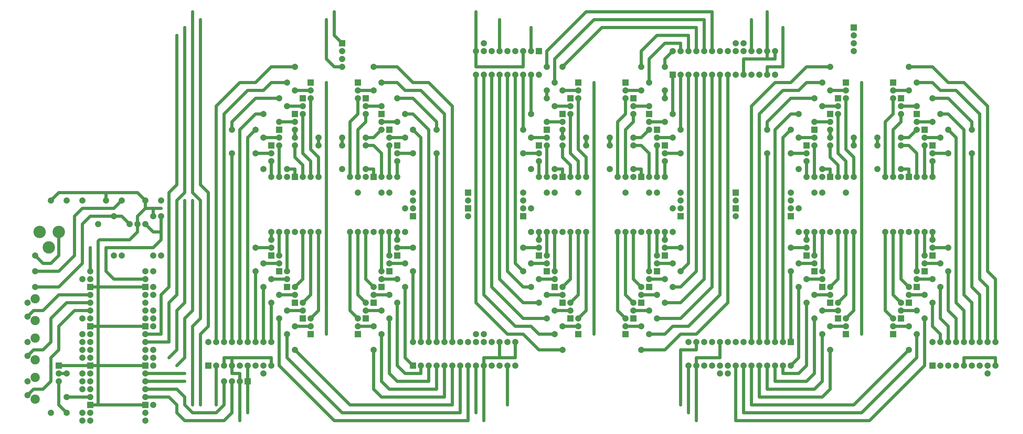
<source format=gbl>
G04 #@! TF.GenerationSoftware,KiCad,Pcbnew,8.0.7*
G04 #@! TF.CreationDate,2025-01-27T21:14:36+01:00*
G04 #@! TF.ProjectId,Main,4d61696e-2e6b-4696-9361-645f70636258,rev?*
G04 #@! TF.SameCoordinates,Original*
G04 #@! TF.FileFunction,Copper,L2,Bot*
G04 #@! TF.FilePolarity,Positive*
%FSLAX46Y46*%
G04 Gerber Fmt 4.6, Leading zero omitted, Abs format (unit mm)*
G04 Created by KiCad (PCBNEW 8.0.7) date 2025-01-27 21:14:36*
%MOMM*%
%LPD*%
G01*
G04 APERTURE LIST*
G04 #@! TA.AperFunction,ComponentPad*
%ADD10C,2.000000*%
G04 #@! TD*
G04 #@! TA.AperFunction,ComponentPad*
%ADD11R,2.000000X2.000000*%
G04 #@! TD*
G04 #@! TA.AperFunction,ComponentPad*
%ADD12C,3.000000*%
G04 #@! TD*
G04 #@! TA.AperFunction,ComponentPad*
%ADD13C,4.000000*%
G04 #@! TD*
G04 #@! TA.AperFunction,ViaPad*
%ADD14C,0.800000*%
G04 #@! TD*
G04 #@! TA.AperFunction,Conductor*
%ADD15C,1.000000*%
G04 #@! TD*
G04 APERTURE END LIST*
D10*
X93980000Y-129540000D03*
X241300000Y-86360000D03*
X248920000Y-86360000D03*
X299720000Y-83820000D03*
X299720000Y-91440000D03*
X55880000Y-129540000D03*
X175260000Y-78740000D03*
X175260000Y-86360000D03*
X71120000Y-157480000D03*
X299720000Y-129540000D03*
X299720000Y-121920000D03*
X302260000Y-78740000D03*
X302260000Y-86360000D03*
X248920000Y-88900000D03*
X241300000Y-88900000D03*
X261620000Y-109220000D03*
X261620000Y-116840000D03*
X177800000Y-83820000D03*
X177800000Y-91440000D03*
D11*
X139700000Y-78740000D03*
D10*
X139700000Y-81280000D03*
X139700000Y-83820000D03*
X185420000Y-91440000D03*
X185420000Y-83820000D03*
X213360000Y-83820000D03*
X213360000Y-91440000D03*
X251460000Y-63500000D03*
X251460000Y-71120000D03*
X312420000Y-63500000D03*
X312420000Y-71120000D03*
D11*
X264160000Y-111760000D03*
D10*
X264160000Y-109220000D03*
X264160000Y-106680000D03*
X71120000Y-149860000D03*
X312420000Y-154940000D03*
X312420000Y-147320000D03*
X137160000Y-149860000D03*
X137160000Y-142240000D03*
D11*
X165100000Y-139700000D03*
D10*
X165100000Y-137160000D03*
X165100000Y-134620000D03*
X350520000Y-83820000D03*
X350520000Y-91440000D03*
X256540000Y-104140000D03*
X264160000Y-104140000D03*
D11*
X137160000Y-134620000D03*
D10*
X137160000Y-132080000D03*
X137160000Y-129540000D03*
D11*
X226060000Y-78740000D03*
D10*
X226060000Y-81280000D03*
X226060000Y-83820000D03*
X93980000Y-142240000D03*
D11*
X332740000Y-149860000D03*
D10*
X332740000Y-147320000D03*
X332740000Y-144780000D03*
X254000000Y-149860000D03*
X254000000Y-142240000D03*
X55880000Y-124460000D03*
X127000000Y-83820000D03*
X127000000Y-91440000D03*
X350520000Y-129540000D03*
X350520000Y-121920000D03*
X55880000Y-134620000D03*
X330200000Y-99060000D03*
X332740000Y-99060000D03*
X335280000Y-99060000D03*
D11*
X337820000Y-99060000D03*
D10*
X340360000Y-99060000D03*
X342900000Y-99060000D03*
X345440000Y-99060000D03*
X330200000Y-116840000D03*
X332740000Y-116840000D03*
X335280000Y-116840000D03*
X337820000Y-116840000D03*
X340360000Y-116840000D03*
X342900000Y-116840000D03*
X345440000Y-116840000D03*
D11*
X170180000Y-129540000D03*
D10*
X170180000Y-127000000D03*
X170180000Y-124460000D03*
X320040000Y-86360000D03*
X312420000Y-86360000D03*
D11*
X261620000Y-66040000D03*
D10*
X264160000Y-66040000D03*
X266700000Y-66040000D03*
X269240000Y-66040000D03*
X271780000Y-66040000D03*
X274320000Y-66040000D03*
X276860000Y-66040000D03*
X279400000Y-66040000D03*
X281940000Y-66040000D03*
X284480000Y-66040000D03*
X287020000Y-66040000D03*
X289560000Y-66040000D03*
X292100000Y-66040000D03*
X294640000Y-66040000D03*
X294640000Y-58420000D03*
X292100000Y-58420000D03*
X289560000Y-58420000D03*
X287020000Y-58420000D03*
X284480000Y-58420000D03*
X281940000Y-58420000D03*
X279400000Y-58420000D03*
X276860000Y-58420000D03*
X274320000Y-58420000D03*
X271780000Y-58420000D03*
X269240000Y-58420000D03*
X266700000Y-58420000D03*
X264160000Y-58420000D03*
X261620000Y-58420000D03*
X340360000Y-149860000D03*
X340360000Y-142240000D03*
X327660000Y-86360000D03*
X335280000Y-86360000D03*
X71120000Y-167640000D03*
X226060000Y-154940000D03*
X226060000Y-147320000D03*
X60960000Y-106680000D03*
D11*
X162560000Y-73660000D03*
D10*
X162560000Y-76200000D03*
X162560000Y-78740000D03*
X71120000Y-144780000D03*
X129540000Y-96520000D03*
X137160000Y-96520000D03*
X259080000Y-63500000D03*
X259080000Y-71120000D03*
D11*
X246380000Y-68580000D03*
D10*
X246380000Y-71120000D03*
X246380000Y-73660000D03*
X213360000Y-129540000D03*
X213360000Y-121920000D03*
D11*
X340360000Y-134620000D03*
D10*
X340360000Y-132080000D03*
X340360000Y-129540000D03*
X215900000Y-78740000D03*
X215900000Y-86360000D03*
D11*
X170180000Y-83820000D03*
D10*
X170180000Y-86360000D03*
X170180000Y-88900000D03*
D12*
X55880000Y-138450000D03*
X55880000Y-145450000D03*
D10*
X53380000Y-139700000D03*
X53380000Y-144200000D03*
X177800000Y-129540000D03*
X177800000Y-121920000D03*
X279400000Y-162560000D03*
X340360000Y-68580000D03*
X340360000Y-76200000D03*
X363220000Y-162560000D03*
X172720000Y-73660000D03*
X172720000Y-81280000D03*
D11*
X299720000Y-152400000D03*
D10*
X297180000Y-152400000D03*
X294640000Y-152400000D03*
X292100000Y-152400000D03*
X289560000Y-152400000D03*
X287020000Y-152400000D03*
X284480000Y-152400000D03*
X281940000Y-152400000D03*
X279400000Y-152400000D03*
X276860000Y-152400000D03*
X274320000Y-152400000D03*
X271780000Y-152400000D03*
X269240000Y-152400000D03*
X266700000Y-152400000D03*
X266700000Y-160020000D03*
X269240000Y-160020000D03*
X271780000Y-160020000D03*
X274320000Y-160020000D03*
X276860000Y-160020000D03*
X279400000Y-160020000D03*
X281940000Y-160020000D03*
X284480000Y-160020000D03*
X287020000Y-160020000D03*
X289560000Y-160020000D03*
X292100000Y-160020000D03*
X294640000Y-160020000D03*
X297180000Y-160020000D03*
X299720000Y-160020000D03*
X302260000Y-134620000D03*
X302260000Y-127000000D03*
D11*
X345440000Y-88900000D03*
D10*
X345440000Y-91440000D03*
X345440000Y-93980000D03*
X165100000Y-154940000D03*
X165100000Y-147320000D03*
X327660000Y-96520000D03*
X335280000Y-96520000D03*
D11*
X314960000Y-73660000D03*
D10*
X314960000Y-76200000D03*
X314960000Y-78740000D03*
X83820000Y-106680000D03*
D11*
X226060000Y-139700000D03*
D10*
X226060000Y-137160000D03*
X226060000Y-134620000D03*
X129540000Y-162560000D03*
X220980000Y-63500000D03*
X220980000Y-71120000D03*
X134620000Y-144780000D03*
X134620000Y-137160000D03*
D12*
X55880000Y-151150000D03*
X55880000Y-158150000D03*
D10*
X53380000Y-152400000D03*
X53380000Y-156900000D03*
X264160000Y-129540000D03*
X264160000Y-121920000D03*
D11*
X312420000Y-78740000D03*
D10*
X312420000Y-81280000D03*
X312420000Y-83820000D03*
D11*
X63500000Y-160020000D03*
D10*
X63500000Y-162560000D03*
X63500000Y-165100000D03*
D11*
X317500000Y-149860000D03*
D10*
X317500000Y-147320000D03*
X317500000Y-144780000D03*
D11*
X213360000Y-111760000D03*
D10*
X213360000Y-109220000D03*
X213360000Y-106680000D03*
X96520000Y-106680000D03*
D11*
X307340000Y-129540000D03*
D10*
X307340000Y-127000000D03*
X307340000Y-124460000D03*
X154940000Y-96520000D03*
X162560000Y-96520000D03*
X93980000Y-154940000D03*
D11*
X254000000Y-78740000D03*
D10*
X254000000Y-81280000D03*
X254000000Y-83820000D03*
D11*
X312420000Y-139700000D03*
D10*
X312420000Y-137160000D03*
X312420000Y-134620000D03*
X71120000Y-162560000D03*
X259080000Y-73660000D03*
X259080000Y-81280000D03*
D11*
X337820000Y-139700000D03*
D10*
X337820000Y-137160000D03*
X337820000Y-134620000D03*
X276860000Y-162560000D03*
D11*
X332740000Y-68580000D03*
D10*
X332740000Y-71120000D03*
X332740000Y-73660000D03*
X154940000Y-86360000D03*
X162560000Y-86360000D03*
X223520000Y-149860000D03*
X223520000Y-142240000D03*
X246380000Y-104140000D03*
X254000000Y-104140000D03*
D11*
X142240000Y-73660000D03*
D10*
X142240000Y-76200000D03*
X142240000Y-78740000D03*
X129540000Y-78740000D03*
X129540000Y-86360000D03*
X337820000Y-63500000D03*
X337820000Y-71120000D03*
D11*
X111760000Y-160020000D03*
D10*
X114300000Y-160020000D03*
X116840000Y-160020000D03*
X119380000Y-160020000D03*
X121920000Y-160020000D03*
X124460000Y-160020000D03*
X127000000Y-160020000D03*
X129540000Y-160020000D03*
X132080000Y-160020000D03*
X132080000Y-152400000D03*
X129540000Y-152400000D03*
X127000000Y-152400000D03*
X124460000Y-152400000D03*
X121920000Y-152400000D03*
X119380000Y-152400000D03*
X116840000Y-152400000D03*
X114300000Y-152400000D03*
X111760000Y-152400000D03*
X71120000Y-177800000D03*
D12*
X55880000Y-163850000D03*
X55880000Y-170850000D03*
D10*
X53380000Y-165100000D03*
X53380000Y-169600000D03*
X132080000Y-139700000D03*
X132080000Y-132080000D03*
D11*
X167640000Y-134620000D03*
D10*
X167640000Y-132080000D03*
X167640000Y-129540000D03*
D11*
X177800000Y-160020000D03*
D10*
X180340000Y-160020000D03*
X182880000Y-160020000D03*
X185420000Y-160020000D03*
X187960000Y-160020000D03*
X190500000Y-160020000D03*
X193040000Y-160020000D03*
X195580000Y-160020000D03*
X198120000Y-160020000D03*
X200660000Y-160020000D03*
X203200000Y-160020000D03*
X205740000Y-160020000D03*
X208280000Y-160020000D03*
X210820000Y-160020000D03*
X210820000Y-152400000D03*
X208280000Y-152400000D03*
X205740000Y-152400000D03*
X203200000Y-152400000D03*
X200660000Y-152400000D03*
X198120000Y-152400000D03*
X195580000Y-152400000D03*
X193040000Y-152400000D03*
X190500000Y-152400000D03*
X187960000Y-152400000D03*
X185420000Y-152400000D03*
X182880000Y-152400000D03*
X180340000Y-152400000D03*
X177800000Y-152400000D03*
D11*
X259080000Y-124460000D03*
D10*
X259080000Y-121920000D03*
X259080000Y-119380000D03*
D11*
X218440000Y-124460000D03*
D10*
X218440000Y-121920000D03*
X218440000Y-119380000D03*
D11*
X317500000Y-68580000D03*
D10*
X317500000Y-71120000D03*
X317500000Y-73660000D03*
D11*
X340360000Y-78740000D03*
D10*
X340360000Y-81280000D03*
X340360000Y-83820000D03*
D11*
X162560000Y-144780000D03*
D10*
X162560000Y-142240000D03*
X162560000Y-139700000D03*
X312420000Y-88900000D03*
X320040000Y-88900000D03*
X281940000Y-55880000D03*
X233680000Y-86360000D03*
X226060000Y-86360000D03*
D11*
X223520000Y-134620000D03*
D10*
X223520000Y-132080000D03*
X223520000Y-129540000D03*
X243840000Y-99060000D03*
X246380000Y-99060000D03*
X248920000Y-99060000D03*
D11*
X251460000Y-99060000D03*
D10*
X254000000Y-99060000D03*
X256540000Y-99060000D03*
X259080000Y-99060000D03*
X243840000Y-116840000D03*
X246380000Y-116840000D03*
X248920000Y-116840000D03*
X251460000Y-116840000D03*
X254000000Y-116840000D03*
X256540000Y-116840000D03*
X259080000Y-116840000D03*
D11*
X132080000Y-88900000D03*
D10*
X132080000Y-91440000D03*
X132080000Y-93980000D03*
X292100000Y-91440000D03*
X292100000Y-83820000D03*
X60960000Y-175260000D03*
X71120000Y-152400000D03*
D11*
X256540000Y-129540000D03*
D10*
X256540000Y-127000000D03*
X256540000Y-124460000D03*
D11*
X248920000Y-144780000D03*
D10*
X248920000Y-142240000D03*
X248920000Y-139700000D03*
X215900000Y-134620000D03*
X215900000Y-127000000D03*
X200660000Y-149860000D03*
D11*
X231140000Y-149860000D03*
D10*
X231140000Y-147320000D03*
X231140000Y-144780000D03*
X175260000Y-134620000D03*
X175260000Y-127000000D03*
X73660000Y-129540000D03*
X73660000Y-132080000D03*
D11*
X73660000Y-134620000D03*
D10*
X73660000Y-137160000D03*
X73660000Y-139700000D03*
X73660000Y-142240000D03*
X73660000Y-144780000D03*
D11*
X73660000Y-147320000D03*
D10*
X73660000Y-149860000D03*
X73660000Y-152400000D03*
X73660000Y-154940000D03*
X73660000Y-157480000D03*
D11*
X73660000Y-160020000D03*
D10*
X73660000Y-162560000D03*
X73660000Y-165100000D03*
X73660000Y-167640000D03*
X73660000Y-170180000D03*
D11*
X73660000Y-172720000D03*
D10*
X73660000Y-175260000D03*
X73660000Y-177800000D03*
X91440000Y-177800000D03*
X91440000Y-175260000D03*
D11*
X91440000Y-172720000D03*
D10*
X91440000Y-170180000D03*
X91440000Y-167640000D03*
X91440000Y-165100000D03*
X91440000Y-162560000D03*
D11*
X91440000Y-160020000D03*
D10*
X91440000Y-157480000D03*
X91440000Y-154940000D03*
X91440000Y-152400000D03*
X91440000Y-149860000D03*
D11*
X91440000Y-147320000D03*
D10*
X91440000Y-144780000D03*
X91440000Y-142240000D03*
X91440000Y-139700000D03*
X91440000Y-137160000D03*
D11*
X91440000Y-134620000D03*
D10*
X91440000Y-132080000D03*
X91440000Y-129540000D03*
X261620000Y-78740000D03*
X261620000Y-86360000D03*
X335280000Y-88900000D03*
X327660000Y-88900000D03*
X139700000Y-154940000D03*
X139700000Y-147320000D03*
X345440000Y-139700000D03*
X345440000Y-132080000D03*
D11*
X314960000Y-144780000D03*
D10*
X314960000Y-142240000D03*
X314960000Y-139700000D03*
X307340000Y-144780000D03*
X307340000Y-137160000D03*
X93980000Y-137160000D03*
X172720000Y-139700000D03*
X172720000Y-132080000D03*
D11*
X220980000Y-83820000D03*
D10*
X220980000Y-86360000D03*
X220980000Y-88900000D03*
X119380000Y-91440000D03*
X119380000Y-83820000D03*
D11*
X144780000Y-68580000D03*
D10*
X144780000Y-71120000D03*
X144780000Y-73660000D03*
X337820000Y-154940000D03*
X337820000Y-147320000D03*
X231140000Y-104140000D03*
X223520000Y-104140000D03*
X160020000Y-104140000D03*
X167640000Y-104140000D03*
X66040000Y-175260000D03*
X167640000Y-149860000D03*
X167640000Y-142240000D03*
X127000000Y-129540000D03*
X127000000Y-121920000D03*
X165100000Y-63500000D03*
X165100000Y-71120000D03*
X215900000Y-109220000D03*
X215900000Y-116840000D03*
D11*
X220980000Y-129540000D03*
D10*
X220980000Y-127000000D03*
X220980000Y-124460000D03*
X284480000Y-55880000D03*
D11*
X259080000Y-88900000D03*
D10*
X259080000Y-91440000D03*
X259080000Y-93980000D03*
X147320000Y-86360000D03*
X139700000Y-86360000D03*
X264160000Y-83820000D03*
X264160000Y-91440000D03*
X218440000Y-99060000D03*
X220980000Y-99060000D03*
X223520000Y-99060000D03*
D11*
X226060000Y-99060000D03*
D10*
X228600000Y-99060000D03*
X231140000Y-99060000D03*
X233680000Y-99060000D03*
X218440000Y-116840000D03*
X220980000Y-116840000D03*
X223520000Y-116840000D03*
X226060000Y-116840000D03*
X228600000Y-116840000D03*
X231140000Y-116840000D03*
X233680000Y-116840000D03*
X309880000Y-68580000D03*
X309880000Y-76200000D03*
D11*
X139700000Y-139700000D03*
D10*
X139700000Y-137160000D03*
X139700000Y-134620000D03*
X167640000Y-68580000D03*
X167640000Y-76200000D03*
X93980000Y-172720000D03*
X226060000Y-63500000D03*
X226060000Y-71120000D03*
D11*
X320040000Y-50800000D03*
D10*
X320040000Y-53340000D03*
X320040000Y-55880000D03*
X320040000Y-58420000D03*
D11*
X281940000Y-104140000D03*
D10*
X281940000Y-106680000D03*
D11*
X281940000Y-109220000D03*
D10*
X281940000Y-111760000D03*
D11*
X134620000Y-129540000D03*
D10*
X134620000Y-127000000D03*
X134620000Y-124460000D03*
X76200000Y-114300000D03*
X307340000Y-104140000D03*
X299720000Y-104140000D03*
D11*
X342900000Y-129540000D03*
D10*
X342900000Y-127000000D03*
X342900000Y-124460000D03*
X304800000Y-139700000D03*
X304800000Y-132080000D03*
X358140000Y-91440000D03*
X358140000Y-83820000D03*
D13*
X63500000Y-116840000D03*
X60300000Y-121840000D03*
X57300000Y-116840000D03*
D10*
X200660000Y-55880000D03*
D11*
X177800000Y-111760000D03*
D10*
X177800000Y-109220000D03*
X177800000Y-106680000D03*
X302260000Y-96520000D03*
X309880000Y-96520000D03*
X261620000Y-134620000D03*
X261620000Y-127000000D03*
X71120000Y-154940000D03*
D11*
X299720000Y-111760000D03*
D10*
X299720000Y-109220000D03*
X299720000Y-106680000D03*
D11*
X307340000Y-83820000D03*
D10*
X307340000Y-86360000D03*
X307340000Y-88900000D03*
D11*
X160020000Y-149860000D03*
D10*
X160020000Y-147320000D03*
X160020000Y-144780000D03*
D11*
X172720000Y-124460000D03*
D10*
X172720000Y-121920000D03*
X172720000Y-119380000D03*
X139700000Y-63500000D03*
X139700000Y-71120000D03*
X71120000Y-165100000D03*
D11*
X218440000Y-58420000D03*
D10*
X215900000Y-58420000D03*
X213360000Y-58420000D03*
X210820000Y-58420000D03*
X208280000Y-58420000D03*
X205740000Y-58420000D03*
X203200000Y-58420000D03*
X200660000Y-58420000D03*
X198120000Y-58420000D03*
X198120000Y-66040000D03*
X200660000Y-66040000D03*
X203200000Y-66040000D03*
X205740000Y-66040000D03*
X208280000Y-66040000D03*
X210820000Y-66040000D03*
X213360000Y-66040000D03*
X215900000Y-66040000D03*
X218440000Y-66040000D03*
X226060000Y-88900000D03*
X233680000Y-88900000D03*
X66040000Y-106680000D03*
X215900000Y-96520000D03*
X223520000Y-96520000D03*
D11*
X248920000Y-73660000D03*
D10*
X248920000Y-76200000D03*
X248920000Y-78740000D03*
X309880000Y-149860000D03*
X309880000Y-142240000D03*
X342900000Y-144780000D03*
X342900000Y-137160000D03*
D11*
X228600000Y-73660000D03*
D10*
X228600000Y-76200000D03*
X228600000Y-78740000D03*
D11*
X144780000Y-149860000D03*
D10*
X144780000Y-147320000D03*
X144780000Y-144780000D03*
D11*
X228600000Y-144780000D03*
D10*
X228600000Y-142240000D03*
X228600000Y-139700000D03*
D11*
X142240000Y-144780000D03*
D10*
X142240000Y-142240000D03*
X142240000Y-139700000D03*
X223520000Y-68580000D03*
X223520000Y-76200000D03*
X259080000Y-139700000D03*
X259080000Y-132080000D03*
X307340000Y-73660000D03*
X307340000Y-81280000D03*
D11*
X154940000Y-55880000D03*
D10*
X154940000Y-58420000D03*
X154940000Y-60960000D03*
X154940000Y-63500000D03*
X93980000Y-157480000D03*
X137160000Y-68580000D03*
X137160000Y-76200000D03*
D11*
X218440000Y-88900000D03*
D10*
X218440000Y-91440000D03*
X218440000Y-93980000D03*
X93980000Y-124460000D03*
X81280000Y-111760000D03*
X81280000Y-124460000D03*
X83820000Y-124460000D03*
X96520000Y-124460000D03*
X93980000Y-111760000D03*
X96520000Y-111760000D03*
X256540000Y-144780000D03*
X256540000Y-137160000D03*
D11*
X345440000Y-160020000D03*
D10*
X347980000Y-160020000D03*
X350520000Y-160020000D03*
X353060000Y-160020000D03*
X355600000Y-160020000D03*
X358140000Y-160020000D03*
X360680000Y-160020000D03*
X363220000Y-160020000D03*
X365760000Y-160020000D03*
X365760000Y-152400000D03*
X363220000Y-152400000D03*
X360680000Y-152400000D03*
X358140000Y-152400000D03*
X355600000Y-152400000D03*
X353060000Y-152400000D03*
X350520000Y-152400000D03*
X347980000Y-152400000D03*
X345440000Y-152400000D03*
X220980000Y-144780000D03*
X220980000Y-137160000D03*
D11*
X172720000Y-88900000D03*
D10*
X172720000Y-91440000D03*
X172720000Y-93980000D03*
X345440000Y-73660000D03*
X345440000Y-81280000D03*
D11*
X231140000Y-68580000D03*
D10*
X231140000Y-71120000D03*
X231140000Y-73660000D03*
X218440000Y-139700000D03*
X218440000Y-132080000D03*
X198120000Y-149860000D03*
D11*
X256540000Y-83820000D03*
D10*
X256540000Y-86360000D03*
X256540000Y-88900000D03*
X241300000Y-96520000D03*
X248920000Y-96520000D03*
D11*
X309880000Y-134620000D03*
D10*
X309880000Y-132080000D03*
X309880000Y-129540000D03*
X71120000Y-106680000D03*
D11*
X251460000Y-139700000D03*
D10*
X251460000Y-137160000D03*
X251460000Y-134620000D03*
X304800000Y-99060000D03*
X307340000Y-99060000D03*
X309880000Y-99060000D03*
D11*
X312420000Y-99060000D03*
D10*
X314960000Y-99060000D03*
X317500000Y-99060000D03*
X320040000Y-99060000D03*
X304800000Y-116840000D03*
X307340000Y-116840000D03*
X309880000Y-116840000D03*
X312420000Y-116840000D03*
X314960000Y-116840000D03*
X317500000Y-116840000D03*
X320040000Y-116840000D03*
X66040000Y-170180000D03*
X66040000Y-162560000D03*
X93980000Y-144780000D03*
X251460000Y-154940000D03*
X251460000Y-147320000D03*
X93980000Y-160020000D03*
X134620000Y-73660000D03*
X134620000Y-81280000D03*
X317500000Y-104140000D03*
X309880000Y-104140000D03*
X139700000Y-88900000D03*
X147320000Y-88900000D03*
D11*
X335280000Y-73660000D03*
D10*
X335280000Y-76200000D03*
X335280000Y-78740000D03*
X93980000Y-134620000D03*
X157480000Y-99060000D03*
X160020000Y-99060000D03*
X162560000Y-99060000D03*
D11*
X165100000Y-99060000D03*
D10*
X167640000Y-99060000D03*
X170180000Y-99060000D03*
X172720000Y-99060000D03*
X157480000Y-116840000D03*
X160020000Y-116840000D03*
X162560000Y-116840000D03*
X165100000Y-116840000D03*
X167640000Y-116840000D03*
X170180000Y-116840000D03*
X172720000Y-116840000D03*
X71120000Y-132080000D03*
X93980000Y-147320000D03*
X220980000Y-73660000D03*
X220980000Y-81280000D03*
D11*
X132080000Y-124460000D03*
D10*
X132080000Y-121920000D03*
X132080000Y-119380000D03*
D11*
X342900000Y-83820000D03*
D10*
X342900000Y-86360000D03*
X342900000Y-88900000D03*
D11*
X345440000Y-124460000D03*
D10*
X345440000Y-121920000D03*
X345440000Y-119380000D03*
D11*
X254000000Y-134620000D03*
D10*
X254000000Y-132080000D03*
X254000000Y-129540000D03*
X116840000Y-165100000D03*
X119380000Y-165100000D03*
X121920000Y-165100000D03*
D11*
X124460000Y-165100000D03*
D10*
X170180000Y-104140000D03*
X177800000Y-104140000D03*
X162560000Y-88900000D03*
X154940000Y-88900000D03*
X129540000Y-134620000D03*
X129540000Y-127000000D03*
D11*
X160020000Y-68580000D03*
D10*
X160020000Y-71120000D03*
X160020000Y-73660000D03*
X175260000Y-109220000D03*
X175260000Y-116840000D03*
X71120000Y-175260000D03*
D11*
X246380000Y-149860000D03*
D10*
X246380000Y-147320000D03*
X246380000Y-144780000D03*
D11*
X134620000Y-83820000D03*
D10*
X134620000Y-86360000D03*
X134620000Y-88900000D03*
D11*
X304800000Y-88900000D03*
D10*
X304800000Y-91440000D03*
X304800000Y-93980000D03*
D11*
X304800000Y-124460000D03*
D10*
X304800000Y-121920000D03*
X304800000Y-119380000D03*
X220980000Y-104140000D03*
X213360000Y-104140000D03*
X91440000Y-106680000D03*
X86360000Y-114300000D03*
X88900000Y-114300000D03*
X91440000Y-114300000D03*
D11*
X195580000Y-104140000D03*
D10*
X195580000Y-106680000D03*
D11*
X195580000Y-109220000D03*
D10*
X195580000Y-111760000D03*
X254000000Y-68580000D03*
X254000000Y-76200000D03*
X132080000Y-99060000D03*
X134620000Y-99060000D03*
X137160000Y-99060000D03*
D11*
X139700000Y-99060000D03*
D10*
X142240000Y-99060000D03*
X144780000Y-99060000D03*
X147320000Y-99060000D03*
X132080000Y-116840000D03*
X134620000Y-116840000D03*
X137160000Y-116840000D03*
X139700000Y-116840000D03*
X142240000Y-116840000D03*
X144780000Y-116840000D03*
X147320000Y-116840000D03*
X170180000Y-144780000D03*
X170180000Y-137160000D03*
D11*
X335280000Y-144780000D03*
D10*
X335280000Y-142240000D03*
X335280000Y-139700000D03*
X302260000Y-109220000D03*
X302260000Y-116840000D03*
X78740000Y-106680000D03*
X347980000Y-134620000D03*
X347980000Y-127000000D03*
D11*
X167640000Y-78740000D03*
D10*
X167640000Y-81280000D03*
X167640000Y-83820000D03*
X347980000Y-78740000D03*
X347980000Y-86360000D03*
D14*
X152400000Y-45720000D03*
X76200000Y-124460000D03*
X96520000Y-109220000D03*
X149860000Y-68580000D03*
X106680000Y-172720000D03*
X149860000Y-114300000D03*
X322580000Y-149860000D03*
X269240000Y-177800000D03*
X200660000Y-177800000D03*
X236220000Y-149860000D03*
X292100000Y-45720000D03*
X149860000Y-149860000D03*
X121920000Y-177800000D03*
X322580000Y-68580000D03*
X236220000Y-114300000D03*
X198120000Y-45720000D03*
X109220000Y-114300000D03*
X236220000Y-68580000D03*
X106680000Y-45720000D03*
X322580000Y-114300000D03*
X149860000Y-48260000D03*
X287020000Y-48260000D03*
X266700000Y-175260000D03*
X205740000Y-48260000D03*
X111760000Y-139700000D03*
X109220000Y-48260000D03*
X124460000Y-175260000D03*
X109220000Y-172720000D03*
X198120000Y-175260000D03*
X78740000Y-121920000D03*
X101600000Y-160020000D03*
X106680000Y-106680000D03*
X60960000Y-134620000D03*
X101600000Y-53340000D03*
X208280000Y-172720000D03*
X114300000Y-172720000D03*
X104140000Y-165100000D03*
X264160000Y-172720000D03*
X297180000Y-50800000D03*
X215900000Y-50800000D03*
X104140000Y-50800000D03*
X104140000Y-162560000D03*
X73660000Y-121920000D03*
X99060000Y-157480000D03*
X104140000Y-106680000D03*
D15*
X60960000Y-127000000D02*
X58420000Y-127000000D01*
X63500000Y-124460000D02*
X60960000Y-127000000D01*
X58420000Y-127000000D02*
X55880000Y-124460000D01*
X63500000Y-116840000D02*
X63500000Y-124460000D01*
X365760000Y-160020000D02*
X365760000Y-157480000D01*
X198120000Y-58420000D02*
X198120000Y-45720000D01*
X76200000Y-124460000D02*
X76200000Y-119801472D01*
X88900000Y-114300000D02*
X88900000Y-111760000D01*
X91440000Y-109220000D02*
X93980000Y-109220000D01*
X119380000Y-162560000D02*
X121920000Y-162560000D01*
X269240000Y-177800000D02*
X269240000Y-160020000D01*
X276860000Y-157480000D02*
X269240000Y-157480000D01*
X294640000Y-60960000D02*
X292100000Y-60960000D01*
X86360000Y-119380000D02*
X88900000Y-116840000D01*
X284480000Y-66040000D02*
X284480000Y-60960000D01*
X73660000Y-172720000D02*
X78740000Y-172720000D01*
X198120000Y-58420000D02*
X198120000Y-63500000D01*
X152400000Y-53340000D02*
X154940000Y-55880000D01*
X132080000Y-157480000D02*
X127000000Y-157480000D01*
X76200000Y-160020000D02*
X78740000Y-160020000D01*
X322580000Y-114300000D02*
X322580000Y-149860000D01*
X210820000Y-152400000D02*
X210820000Y-157480000D01*
X198120000Y-63500000D02*
X213360000Y-63500000D01*
X284480000Y-60960000D02*
X292100000Y-60960000D01*
X276860000Y-152400000D02*
X276860000Y-157480000D01*
X78740000Y-172720000D02*
X91440000Y-172720000D01*
X109220000Y-106680000D02*
X106680000Y-104140000D01*
X76200000Y-124460000D02*
X76200000Y-134620000D01*
X78740000Y-104140000D02*
X63500000Y-104140000D01*
X76200000Y-134620000D02*
X78740000Y-134620000D01*
X93980000Y-109220000D02*
X96520000Y-109220000D01*
X88900000Y-111760000D02*
X91440000Y-109220000D01*
X205740000Y-157480000D02*
X200660000Y-157480000D01*
X109220000Y-144780000D02*
X106680000Y-147320000D01*
X236220000Y-68580000D02*
X236220000Y-114300000D01*
X73660000Y-160020000D02*
X78740000Y-160020000D01*
X236220000Y-149860000D02*
X236220000Y-114300000D01*
X88900000Y-104140000D02*
X78740000Y-104140000D01*
X78740000Y-160020000D02*
X91440000Y-160020000D01*
X200660000Y-157480000D02*
X200660000Y-160020000D01*
X109220000Y-114300000D02*
X109220000Y-144780000D01*
X210820000Y-157480000D02*
X205740000Y-157480000D01*
X76621472Y-119380000D02*
X86360000Y-119380000D01*
X292100000Y-58420000D02*
X292100000Y-45720000D01*
X63500000Y-104140000D02*
X60960000Y-106680000D01*
X200660000Y-160020000D02*
X200660000Y-177800000D01*
X152400000Y-45720000D02*
X152400000Y-53340000D01*
X292100000Y-60960000D02*
X292100000Y-58420000D01*
X116840000Y-157480000D02*
X116840000Y-160020000D01*
X355600000Y-157480000D02*
X355600000Y-160020000D01*
X322580000Y-68580000D02*
X322580000Y-114300000D01*
X121920000Y-177800000D02*
X121920000Y-162560000D01*
X78740000Y-134620000D02*
X91440000Y-134620000D01*
X73660000Y-147320000D02*
X78740000Y-147320000D01*
X78740000Y-147320000D02*
X91440000Y-147320000D01*
X91440000Y-109220000D02*
X91440000Y-106680000D01*
X78740000Y-106680000D02*
X78740000Y-104140000D01*
X91440000Y-106680000D02*
X88900000Y-104140000D01*
X294640000Y-58420000D02*
X294640000Y-60960000D01*
X106680000Y-104140000D02*
X106680000Y-45720000D01*
X119380000Y-157480000D02*
X119380000Y-160020000D01*
X73660000Y-160020000D02*
X63500000Y-160020000D01*
X132080000Y-160020000D02*
X132080000Y-157480000D01*
X119380000Y-157480000D02*
X116840000Y-157480000D01*
X205740000Y-157480000D02*
X205740000Y-152400000D01*
X76200000Y-119801472D02*
X76621472Y-119380000D01*
X93980000Y-111760000D02*
X93980000Y-109220000D01*
X119380000Y-160020000D02*
X119380000Y-162560000D01*
X106680000Y-147320000D02*
X106680000Y-172720000D01*
X88900000Y-116840000D02*
X88900000Y-114300000D01*
X109220000Y-114300000D02*
X109220000Y-106680000D01*
X149860000Y-114300000D02*
X149860000Y-149860000D01*
X269240000Y-160020000D02*
X269240000Y-157480000D01*
X365760000Y-157480000D02*
X355600000Y-157480000D01*
X127000000Y-157480000D02*
X119380000Y-157480000D01*
X149860000Y-114300000D02*
X149860000Y-68580000D01*
X213360000Y-63500000D02*
X213360000Y-58420000D01*
X76200000Y-134620000D02*
X76200000Y-160020000D01*
X76200000Y-160020000D02*
X76200000Y-172720000D01*
X73660000Y-134620000D02*
X78740000Y-134620000D01*
X134620000Y-127000000D02*
X129540000Y-127000000D01*
X129540000Y-134620000D02*
X129540000Y-152400000D01*
X337820000Y-137160000D02*
X342900000Y-137160000D01*
X299720000Y-160020000D02*
X302260000Y-157480000D01*
X302260000Y-157480000D02*
X302260000Y-134620000D01*
X304800000Y-160020000D02*
X304800000Y-139700000D01*
X297180000Y-162560000D02*
X302260000Y-162560000D01*
X302260000Y-162560000D02*
X304800000Y-160020000D01*
X297180000Y-160020000D02*
X297180000Y-162560000D01*
X335280000Y-142240000D02*
X340360000Y-142240000D01*
X304800000Y-165100000D02*
X307340000Y-162560000D01*
X294640000Y-165100000D02*
X304800000Y-165100000D01*
X294640000Y-160020000D02*
X294640000Y-165100000D01*
X307340000Y-162560000D02*
X307340000Y-144780000D01*
X332740000Y-147320000D02*
X337820000Y-147320000D01*
X345440000Y-91440000D02*
X350520000Y-91440000D01*
X355600000Y-142240000D02*
X353060000Y-139700000D01*
X355600000Y-152400000D02*
X355600000Y-142240000D01*
X353060000Y-139700000D02*
X353060000Y-86360000D01*
X353060000Y-86360000D02*
X350520000Y-83820000D01*
X350520000Y-78740000D02*
X347980000Y-78740000D01*
X355600000Y-83820000D02*
X350520000Y-78740000D01*
X358140000Y-139700000D02*
X355600000Y-137160000D01*
X355600000Y-137160000D02*
X355600000Y-83820000D01*
X358140000Y-152400000D02*
X358140000Y-139700000D01*
X342900000Y-86360000D02*
X347980000Y-86360000D01*
X327660000Y-88900000D02*
X327660000Y-86360000D01*
X335280000Y-86360000D02*
X337820000Y-86360000D01*
X337820000Y-86360000D02*
X340360000Y-83820000D01*
X358140000Y-83820000D02*
X358140000Y-81280000D01*
X350520000Y-73660000D02*
X345440000Y-73660000D01*
X358140000Y-81280000D02*
X350520000Y-73660000D01*
X340360000Y-81280000D02*
X345440000Y-81280000D01*
X358140000Y-134620000D02*
X358140000Y-91440000D01*
X360680000Y-137160000D02*
X358140000Y-134620000D01*
X360680000Y-152400000D02*
X360680000Y-137160000D01*
X345440000Y-68580000D02*
X340360000Y-68580000D01*
X363220000Y-134620000D02*
X360680000Y-132080000D01*
X353060000Y-71120000D02*
X347980000Y-71120000D01*
X360680000Y-132080000D02*
X360680000Y-78740000D01*
X363220000Y-152400000D02*
X363220000Y-134620000D01*
X347980000Y-71120000D02*
X345440000Y-68580000D01*
X360680000Y-78740000D02*
X353060000Y-71120000D01*
X335280000Y-76200000D02*
X340360000Y-76200000D01*
X332740000Y-71120000D02*
X337820000Y-71120000D01*
X350520000Y-68580000D02*
X345440000Y-63500000D01*
X365760000Y-132080000D02*
X363220000Y-129540000D01*
X365760000Y-152400000D02*
X365760000Y-132080000D01*
X363220000Y-76200000D02*
X355600000Y-68580000D01*
X345440000Y-63500000D02*
X337820000Y-63500000D01*
X363220000Y-129540000D02*
X363220000Y-76200000D01*
X355600000Y-68580000D02*
X350520000Y-68580000D01*
X309880000Y-142240000D02*
X314960000Y-142240000D01*
X289560000Y-160020000D02*
X289560000Y-170180000D01*
X309880000Y-170180000D02*
X312420000Y-167640000D01*
X289560000Y-170180000D02*
X309880000Y-170180000D01*
X312420000Y-167640000D02*
X312420000Y-154940000D01*
X307340000Y-137160000D02*
X312420000Y-137160000D01*
X337820000Y-154940000D02*
X320040000Y-172720000D01*
X320040000Y-172720000D02*
X287020000Y-172720000D01*
X287020000Y-172720000D02*
X287020000Y-160020000D01*
X304800000Y-132080000D02*
X309880000Y-132080000D01*
X284480000Y-160020000D02*
X284480000Y-175260000D01*
X340360000Y-157480000D02*
X340360000Y-149860000D01*
X322580000Y-175260000D02*
X340360000Y-157480000D01*
X284480000Y-175260000D02*
X322580000Y-175260000D01*
X325120000Y-177800000D02*
X342900000Y-160020000D01*
X281940000Y-160020000D02*
X281940000Y-177800000D01*
X342900000Y-160020000D02*
X342900000Y-144780000D01*
X281940000Y-177800000D02*
X325120000Y-177800000D01*
X302260000Y-127000000D02*
X307340000Y-127000000D01*
X299720000Y-121920000D02*
X304800000Y-121920000D01*
X299720000Y-152400000D02*
X299720000Y-129540000D01*
X304800000Y-63500000D02*
X312420000Y-63500000D01*
X299720000Y-68580000D02*
X304800000Y-63500000D01*
X294640000Y-68580000D02*
X299720000Y-68580000D01*
X287020000Y-152400000D02*
X287020000Y-76200000D01*
X287020000Y-76200000D02*
X294640000Y-68580000D01*
X317500000Y-71120000D02*
X312420000Y-71120000D01*
X297180000Y-71120000D02*
X302260000Y-71120000D01*
X289560000Y-152400000D02*
X289560000Y-78740000D01*
X302260000Y-71120000D02*
X304800000Y-68580000D01*
X304800000Y-68580000D02*
X309880000Y-68580000D01*
X289560000Y-78740000D02*
X297180000Y-71120000D01*
X314960000Y-76200000D02*
X309880000Y-76200000D01*
X312420000Y-86360000D02*
X312420000Y-83820000D01*
X320040000Y-88900000D02*
X320040000Y-86360000D01*
X312420000Y-81280000D02*
X307340000Y-81280000D01*
X292100000Y-81280000D02*
X299720000Y-73660000D01*
X292100000Y-83820000D02*
X292100000Y-81280000D01*
X299720000Y-73660000D02*
X307340000Y-73660000D01*
X292100000Y-152400000D02*
X292100000Y-91440000D01*
X307340000Y-86360000D02*
X302260000Y-86360000D01*
X294640000Y-83820000D02*
X299720000Y-78740000D01*
X299720000Y-78740000D02*
X302260000Y-78740000D01*
X294640000Y-152400000D02*
X294640000Y-83820000D01*
X304800000Y-91440000D02*
X299720000Y-91440000D01*
X297180000Y-86360000D02*
X299720000Y-83820000D01*
X297180000Y-152400000D02*
X297180000Y-86360000D01*
X307340000Y-167640000D02*
X309880000Y-165100000D01*
X292100000Y-160020000D02*
X292100000Y-167640000D01*
X309880000Y-165100000D02*
X309880000Y-149860000D01*
X292100000Y-167640000D02*
X307340000Y-167640000D01*
X312420000Y-147320000D02*
X317500000Y-147320000D01*
X259080000Y-121920000D02*
X264160000Y-121920000D01*
X264160000Y-129540000D02*
X266700000Y-127000000D01*
X266700000Y-127000000D02*
X266700000Y-66040000D01*
X256540000Y-127000000D02*
X261620000Y-127000000D01*
X269240000Y-129540000D02*
X269240000Y-66040000D01*
X264160000Y-134620000D02*
X269240000Y-129540000D01*
X261620000Y-134620000D02*
X264160000Y-134620000D01*
X254000000Y-132080000D02*
X259080000Y-132080000D01*
X271780000Y-132080000D02*
X264160000Y-139700000D01*
X271780000Y-66040000D02*
X271780000Y-132080000D01*
X264160000Y-139700000D02*
X259080000Y-139700000D01*
X274320000Y-134620000D02*
X274320000Y-66040000D01*
X264160000Y-144780000D02*
X274320000Y-134620000D01*
X256540000Y-144780000D02*
X264160000Y-144780000D01*
X251460000Y-137160000D02*
X256540000Y-137160000D01*
X248920000Y-142240000D02*
X254000000Y-142240000D01*
X266700000Y-147320000D02*
X276860000Y-137160000D01*
X261620000Y-147320000D02*
X266700000Y-147320000D01*
X254000000Y-149860000D02*
X259080000Y-149860000D01*
X276860000Y-137160000D02*
X276860000Y-66040000D01*
X259080000Y-149860000D02*
X261620000Y-147320000D01*
X259080000Y-154940000D02*
X264160000Y-149860000D01*
X264160000Y-149860000D02*
X269240000Y-149860000D01*
X251460000Y-154940000D02*
X259080000Y-154940000D01*
X279400000Y-139700000D02*
X279400000Y-66040000D01*
X269240000Y-149860000D02*
X279400000Y-139700000D01*
X246380000Y-147320000D02*
X251460000Y-147320000D01*
X256540000Y-86360000D02*
X261620000Y-86360000D01*
X261620000Y-66040000D02*
X261620000Y-78740000D01*
X139700000Y-99060000D02*
X139700000Y-96520000D01*
X139700000Y-96520000D02*
X137160000Y-96520000D01*
X132080000Y-91440000D02*
X127000000Y-91440000D01*
X124460000Y-86360000D02*
X127000000Y-83820000D01*
X124460000Y-152400000D02*
X124460000Y-86360000D01*
X127000000Y-78740000D02*
X129540000Y-78740000D01*
X121920000Y-83820000D02*
X127000000Y-78740000D01*
X121920000Y-152400000D02*
X121920000Y-83820000D01*
X134620000Y-86360000D02*
X129540000Y-86360000D01*
X119380000Y-83820000D02*
X119380000Y-81280000D01*
X127000000Y-73660000D02*
X134620000Y-73660000D01*
X119380000Y-81280000D02*
X127000000Y-73660000D01*
X119380000Y-152400000D02*
X119380000Y-91440000D01*
X139700000Y-81280000D02*
X134620000Y-81280000D01*
X147320000Y-86360000D02*
X147320000Y-88900000D01*
X139700000Y-88900000D02*
X139700000Y-92710000D01*
X139700000Y-92710000D02*
X142240000Y-95250000D01*
X142240000Y-95250000D02*
X142240000Y-99060000D01*
X139700000Y-86360000D02*
X139700000Y-83820000D01*
X142240000Y-76200000D02*
X137160000Y-76200000D01*
X116840000Y-78740000D02*
X124460000Y-71120000D01*
X124460000Y-71120000D02*
X129540000Y-71120000D01*
X132080000Y-68580000D02*
X137160000Y-68580000D01*
X129540000Y-71120000D02*
X132080000Y-68580000D01*
X116840000Y-152400000D02*
X116840000Y-78740000D01*
X121920000Y-68580000D02*
X127000000Y-68580000D01*
X114300000Y-152400000D02*
X114300000Y-76200000D01*
X114300000Y-76200000D02*
X121920000Y-68580000D01*
X127000000Y-68580000D02*
X132080000Y-63500000D01*
X132080000Y-63500000D02*
X139700000Y-63500000D01*
X144780000Y-71120000D02*
X139700000Y-71120000D01*
X132080000Y-121920000D02*
X127000000Y-121920000D01*
X132080000Y-152400000D02*
X132080000Y-139700000D01*
X241300000Y-86360000D02*
X241300000Y-88900000D01*
X251460000Y-86360000D02*
X254000000Y-83820000D01*
X248920000Y-86360000D02*
X251460000Y-86360000D01*
X132080000Y-132080000D02*
X137160000Y-132080000D01*
X127000000Y-152400000D02*
X127000000Y-129540000D01*
X139700000Y-137160000D02*
X134620000Y-137160000D01*
X134620000Y-160020000D02*
X134620000Y-144780000D01*
X195580000Y-177800000D02*
X152400000Y-177800000D01*
X195580000Y-160020000D02*
X195580000Y-177800000D01*
X152400000Y-177800000D02*
X134620000Y-160020000D01*
X142240000Y-142240000D02*
X137160000Y-142240000D01*
X193040000Y-175260000D02*
X154940000Y-175260000D01*
X154940000Y-175260000D02*
X137160000Y-157480000D01*
X137160000Y-157480000D02*
X137160000Y-149860000D01*
X193040000Y-160020000D02*
X193040000Y-175260000D01*
X157480000Y-172720000D02*
X139700000Y-154940000D01*
X190500000Y-172720000D02*
X157480000Y-172720000D01*
X190500000Y-160020000D02*
X190500000Y-172720000D01*
X144780000Y-147320000D02*
X139700000Y-147320000D01*
X177800000Y-78740000D02*
X175260000Y-78740000D01*
X182880000Y-152400000D02*
X182880000Y-83820000D01*
X182880000Y-83820000D02*
X177800000Y-78740000D01*
X160020000Y-71120000D02*
X165100000Y-71120000D01*
X185420000Y-91440000D02*
X185420000Y-152400000D01*
X162560000Y-76200000D02*
X167640000Y-76200000D01*
X185420000Y-83820000D02*
X185420000Y-81280000D01*
X177800000Y-73660000D02*
X172720000Y-73660000D01*
X185420000Y-81280000D02*
X177800000Y-73660000D01*
X180340000Y-71120000D02*
X175260000Y-71120000D01*
X172720000Y-68580000D02*
X167640000Y-68580000D01*
X187960000Y-152400000D02*
X187960000Y-78740000D01*
X187960000Y-78740000D02*
X180340000Y-71120000D01*
X175260000Y-71120000D02*
X172720000Y-68580000D01*
X167640000Y-81280000D02*
X172720000Y-81280000D01*
X154940000Y-86360000D02*
X154940000Y-88900000D01*
X165100000Y-86360000D02*
X167640000Y-83820000D01*
X162560000Y-86360000D02*
X165100000Y-86360000D01*
X177800000Y-68580000D02*
X172720000Y-63500000D01*
X190500000Y-152400000D02*
X190500000Y-76200000D01*
X190500000Y-76200000D02*
X182880000Y-68580000D01*
X182880000Y-68580000D02*
X177800000Y-68580000D01*
X172720000Y-63500000D02*
X165100000Y-63500000D01*
X170180000Y-86360000D02*
X175260000Y-86360000D01*
X172720000Y-91440000D02*
X177800000Y-91440000D01*
X160020000Y-147320000D02*
X165100000Y-147320000D01*
X165100000Y-167640000D02*
X165100000Y-154940000D01*
X187960000Y-160020000D02*
X187960000Y-170180000D01*
X187960000Y-170180000D02*
X167640000Y-170180000D01*
X167640000Y-170180000D02*
X165100000Y-167640000D01*
X185420000Y-167640000D02*
X170180000Y-167640000D01*
X185420000Y-160020000D02*
X185420000Y-167640000D01*
X170180000Y-167640000D02*
X167640000Y-165100000D01*
X167640000Y-165100000D02*
X167640000Y-149860000D01*
X162560000Y-142240000D02*
X167640000Y-142240000D01*
X170180000Y-162560000D02*
X170180000Y-144780000D01*
X182880000Y-160020000D02*
X182880000Y-165100000D01*
X182880000Y-165100000D02*
X172720000Y-165100000D01*
X172720000Y-165100000D02*
X170180000Y-162560000D01*
X165100000Y-137160000D02*
X170180000Y-137160000D01*
X167640000Y-132080000D02*
X172720000Y-132080000D01*
X175260000Y-162560000D02*
X180340000Y-162560000D01*
X172720000Y-160020000D02*
X175260000Y-162560000D01*
X180340000Y-162560000D02*
X180340000Y-160020000D01*
X172720000Y-139700000D02*
X172720000Y-160020000D01*
X175260000Y-157480000D02*
X175260000Y-134620000D01*
X177800000Y-160020000D02*
X175260000Y-157480000D01*
X170180000Y-127000000D02*
X175260000Y-127000000D01*
X172720000Y-121920000D02*
X177800000Y-121920000D01*
X254000000Y-91440000D02*
X251460000Y-88900000D01*
X251460000Y-88900000D02*
X248920000Y-88900000D01*
X254000000Y-99060000D02*
X254000000Y-91440000D01*
X251460000Y-99060000D02*
X251460000Y-96520000D01*
X251460000Y-96520000D02*
X248920000Y-96520000D01*
X180340000Y-86360000D02*
X177800000Y-83820000D01*
X180340000Y-152400000D02*
X180340000Y-86360000D01*
X177800000Y-152400000D02*
X177800000Y-129540000D01*
X259080000Y-91440000D02*
X264160000Y-91440000D01*
X264160000Y-66040000D02*
X264160000Y-83820000D01*
X259080000Y-71120000D02*
X259080000Y-73660000D01*
X254000000Y-81280000D02*
X259080000Y-81280000D01*
X248920000Y-76200000D02*
X254000000Y-76200000D01*
X246380000Y-71120000D02*
X251460000Y-71120000D01*
X233680000Y-45720000D02*
X274320000Y-45720000D01*
X220980000Y-58420000D02*
X233680000Y-45720000D01*
X220980000Y-63500000D02*
X220980000Y-58420000D01*
X274320000Y-45720000D02*
X274320000Y-58420000D01*
X226060000Y-147320000D02*
X231140000Y-147320000D01*
X213360000Y-149860000D02*
X208280000Y-149860000D01*
X208280000Y-149860000D02*
X198120000Y-139700000D01*
X226060000Y-154940000D02*
X218440000Y-154940000D01*
X218440000Y-154940000D02*
X213360000Y-149860000D01*
X198120000Y-139700000D02*
X198120000Y-66040000D01*
X223520000Y-142240000D02*
X228600000Y-142240000D01*
X218440000Y-149860000D02*
X215900000Y-147320000D01*
X215900000Y-147320000D02*
X210820000Y-147320000D01*
X200660000Y-137160000D02*
X200660000Y-66040000D01*
X210820000Y-147320000D02*
X200660000Y-137160000D01*
X223520000Y-149860000D02*
X218440000Y-149860000D01*
X220980000Y-137160000D02*
X226060000Y-137160000D01*
X220980000Y-144780000D02*
X213360000Y-144780000D01*
X213360000Y-144780000D02*
X203200000Y-134620000D01*
X203200000Y-134620000D02*
X203200000Y-66040000D01*
X218440000Y-139700000D02*
X213360000Y-139700000D01*
X213360000Y-139700000D02*
X205740000Y-132080000D01*
X205740000Y-66040000D02*
X205740000Y-132080000D01*
X218440000Y-132080000D02*
X223520000Y-132080000D01*
X215900000Y-127000000D02*
X220980000Y-127000000D01*
X208280000Y-66040000D02*
X208280000Y-129540000D01*
X215900000Y-134620000D02*
X213360000Y-134620000D01*
X213360000Y-134620000D02*
X208280000Y-129540000D01*
X210820000Y-127000000D02*
X213360000Y-129540000D01*
X210820000Y-66040000D02*
X210820000Y-127000000D01*
X213360000Y-121920000D02*
X218440000Y-121920000D01*
X231140000Y-71120000D02*
X226060000Y-71120000D01*
X223520000Y-60960000D02*
X223520000Y-68580000D01*
X236220000Y-48260000D02*
X223520000Y-60960000D01*
X271780000Y-48260000D02*
X236220000Y-48260000D01*
X271780000Y-58420000D02*
X271780000Y-48260000D01*
X228600000Y-76200000D02*
X223520000Y-76200000D01*
X269240000Y-50800000D02*
X238760000Y-50800000D01*
X269240000Y-58420000D02*
X269240000Y-50800000D01*
X238760000Y-50800000D02*
X226060000Y-63500000D01*
X226060000Y-86360000D02*
X226060000Y-83820000D01*
X233680000Y-88900000D02*
X233680000Y-86360000D01*
X226060000Y-81280000D02*
X220980000Y-81280000D01*
X220980000Y-71120000D02*
X220980000Y-73660000D01*
X266700000Y-53340000D02*
X256540000Y-53340000D01*
X251460000Y-58420000D02*
X251460000Y-63500000D01*
X256540000Y-53340000D02*
X251460000Y-58420000D01*
X266700000Y-58420000D02*
X266700000Y-53340000D01*
X220980000Y-86360000D02*
X215900000Y-86360000D01*
X215900000Y-78740000D02*
X215900000Y-66040000D01*
X213360000Y-66040000D02*
X213360000Y-83820000D01*
X218440000Y-91440000D02*
X213360000Y-91440000D01*
X340360000Y-132080000D02*
X345440000Y-132080000D01*
X347980000Y-152400000D02*
X347980000Y-149860000D01*
X345440000Y-147320000D02*
X345440000Y-139700000D01*
X347980000Y-149860000D02*
X345440000Y-147320000D01*
X350520000Y-147320000D02*
X347980000Y-144780000D01*
X350520000Y-152400000D02*
X350520000Y-147320000D01*
X347980000Y-144780000D02*
X347980000Y-134620000D01*
X342900000Y-127000000D02*
X347980000Y-127000000D01*
X353060000Y-152400000D02*
X353060000Y-144780000D01*
X353060000Y-144780000D02*
X350520000Y-142240000D01*
X350520000Y-142240000D02*
X350520000Y-129540000D01*
X345440000Y-121920000D02*
X350520000Y-121920000D01*
X248920000Y-139700000D02*
X246380000Y-137160000D01*
X246380000Y-137160000D02*
X246380000Y-116840000D01*
X246380000Y-144780000D02*
X243840000Y-142240000D01*
X243840000Y-142240000D02*
X243840000Y-116840000D01*
X248920000Y-132080000D02*
X248920000Y-116840000D01*
X251460000Y-134620000D02*
X248920000Y-132080000D01*
X254000000Y-129540000D02*
X254000000Y-116840000D01*
X256540000Y-124460000D02*
X256540000Y-116840000D01*
X259080000Y-119380000D02*
X259080000Y-116840000D01*
X228600000Y-132080000D02*
X226060000Y-134620000D01*
X228600000Y-116840000D02*
X228600000Y-132080000D01*
X220980000Y-124460000D02*
X220980000Y-116840000D01*
X233680000Y-142240000D02*
X231140000Y-144780000D01*
X233680000Y-116840000D02*
X233680000Y-142240000D01*
X223520000Y-116840000D02*
X223520000Y-129540000D01*
X231140000Y-137160000D02*
X231140000Y-116840000D01*
X228600000Y-139700000D02*
X231140000Y-137160000D01*
X218440000Y-119380000D02*
X218440000Y-116840000D01*
X147320000Y-116840000D02*
X147320000Y-142240000D01*
X147320000Y-142240000D02*
X144780000Y-144780000D01*
X142240000Y-139700000D02*
X144780000Y-137160000D01*
X144780000Y-137160000D02*
X144780000Y-116840000D01*
X137160000Y-116840000D02*
X137160000Y-129540000D01*
X132080000Y-119380000D02*
X132080000Y-116840000D01*
X134620000Y-124460000D02*
X134620000Y-116840000D01*
X142240000Y-132080000D02*
X139700000Y-134620000D01*
X142240000Y-116840000D02*
X142240000Y-132080000D01*
X167640000Y-129540000D02*
X167640000Y-116840000D01*
X172720000Y-119380000D02*
X172720000Y-116840000D01*
X157480000Y-142240000D02*
X157480000Y-116840000D01*
X160020000Y-144780000D02*
X157480000Y-142240000D01*
X170180000Y-124460000D02*
X170180000Y-116840000D01*
X165100000Y-134620000D02*
X162560000Y-132080000D01*
X162560000Y-132080000D02*
X162560000Y-116840000D01*
X162560000Y-139700000D02*
X160020000Y-137160000D01*
X160020000Y-137160000D02*
X160020000Y-116840000D01*
X307340000Y-124460000D02*
X307340000Y-116840000D01*
X304800000Y-119380000D02*
X304800000Y-116840000D01*
X314960000Y-116840000D02*
X314960000Y-132080000D01*
X314960000Y-132080000D02*
X312420000Y-134620000D01*
X309880000Y-116840000D02*
X309880000Y-129540000D01*
X314960000Y-139700000D02*
X317500000Y-137160000D01*
X317500000Y-137160000D02*
X317500000Y-116840000D01*
X320040000Y-142240000D02*
X317500000Y-144780000D01*
X320040000Y-116840000D02*
X320040000Y-142240000D01*
X345440000Y-119380000D02*
X345440000Y-116840000D01*
X332740000Y-144780000D02*
X330200000Y-142240000D01*
X330200000Y-142240000D02*
X330200000Y-116840000D01*
X335280000Y-132080000D02*
X335280000Y-116840000D01*
X337820000Y-134620000D02*
X335280000Y-132080000D01*
X342900000Y-124460000D02*
X342900000Y-116840000D01*
X340360000Y-129540000D02*
X340360000Y-116840000D01*
X332740000Y-137160000D02*
X332740000Y-116840000D01*
X335280000Y-139700000D02*
X332740000Y-137160000D01*
X134620000Y-99060000D02*
X134620000Y-88900000D01*
X147320000Y-99060000D02*
X147320000Y-92710000D01*
X144780000Y-90170000D02*
X144780000Y-73660000D01*
X147320000Y-92710000D02*
X144780000Y-90170000D01*
X142240000Y-91440000D02*
X142240000Y-78740000D01*
X144780000Y-99060000D02*
X144780000Y-93980000D01*
X144780000Y-93980000D02*
X142240000Y-91440000D01*
X132080000Y-99060000D02*
X132080000Y-93980000D01*
X246380000Y-83820000D02*
X248920000Y-81280000D01*
X248920000Y-81280000D02*
X248920000Y-78740000D01*
X246380000Y-99060000D02*
X246380000Y-83820000D01*
X259080000Y-93980000D02*
X259080000Y-99060000D01*
X256540000Y-88900000D02*
X256540000Y-99060000D01*
X228600000Y-91440000D02*
X231140000Y-93980000D01*
X228600000Y-78740000D02*
X228600000Y-91440000D01*
X231140000Y-93980000D02*
X231140000Y-99060000D01*
X220980000Y-99060000D02*
X220980000Y-88900000D01*
X218440000Y-99060000D02*
X218440000Y-93980000D01*
X231140000Y-90170000D02*
X231140000Y-73660000D01*
X233680000Y-99060000D02*
X233680000Y-92710000D01*
X233680000Y-92710000D02*
X231140000Y-90170000D01*
X172720000Y-93980000D02*
X172720000Y-99060000D01*
X170180000Y-88900000D02*
X170180000Y-99060000D01*
X160020000Y-99060000D02*
X160020000Y-83820000D01*
X160020000Y-83820000D02*
X162560000Y-81280000D01*
X162560000Y-81280000D02*
X162560000Y-78740000D01*
X157480000Y-81280000D02*
X160020000Y-78740000D01*
X157480000Y-99060000D02*
X157480000Y-81280000D01*
X160020000Y-78740000D02*
X160020000Y-73660000D01*
X304800000Y-99060000D02*
X304800000Y-93980000D01*
X307340000Y-99060000D02*
X307340000Y-88900000D01*
X314960000Y-91440000D02*
X314960000Y-78740000D01*
X317500000Y-99060000D02*
X317500000Y-93980000D01*
X317500000Y-93980000D02*
X314960000Y-91440000D01*
X317500000Y-90170000D02*
X317500000Y-73660000D01*
X320040000Y-99060000D02*
X320040000Y-92710000D01*
X320040000Y-92710000D02*
X317500000Y-90170000D01*
X345440000Y-93980000D02*
X345440000Y-99060000D01*
X332740000Y-83820000D02*
X332740000Y-99060000D01*
X335280000Y-81280000D02*
X332740000Y-83820000D01*
X335280000Y-78740000D02*
X335280000Y-81280000D01*
X330200000Y-81280000D02*
X332740000Y-78740000D01*
X330200000Y-99060000D02*
X330200000Y-81280000D01*
X332740000Y-78740000D02*
X332740000Y-73660000D01*
X342900000Y-88900000D02*
X342900000Y-99060000D01*
X266700000Y-175260000D02*
X266700000Y-160020000D01*
X124460000Y-175260000D02*
X124460000Y-160020000D01*
X154940000Y-63500000D02*
X152400000Y-63500000D01*
X149860000Y-60960000D02*
X149860000Y-48260000D01*
X109220000Y-172720000D02*
X109220000Y-149860000D01*
X152400000Y-63500000D02*
X149860000Y-60960000D01*
X111760000Y-147320000D02*
X111760000Y-104140000D01*
X198120000Y-160020000D02*
X198120000Y-175260000D01*
X205740000Y-58420000D02*
X205740000Y-48260000D01*
X109220000Y-101600000D02*
X109220000Y-48260000D01*
X109220000Y-149860000D02*
X111760000Y-147320000D01*
X111760000Y-104140000D02*
X109220000Y-101600000D01*
X287020000Y-58420000D02*
X287020000Y-48260000D01*
X66040000Y-170180000D02*
X73660000Y-170180000D01*
X96520000Y-116840000D02*
X96520000Y-111760000D01*
X81280000Y-132080000D02*
X78740000Y-129540000D01*
X78740000Y-129540000D02*
X78740000Y-121920000D01*
X93980000Y-116840000D02*
X96520000Y-116840000D01*
X91440000Y-132080000D02*
X81280000Y-132080000D01*
X93980000Y-121920000D02*
X96520000Y-119380000D01*
X91440000Y-114300000D02*
X93980000Y-116840000D01*
X78740000Y-121920000D02*
X93980000Y-121920000D01*
X96520000Y-119380000D02*
X96520000Y-116840000D01*
X58420000Y-167640000D02*
X55340000Y-167640000D01*
X68580000Y-142240000D02*
X63500000Y-147320000D01*
X60960000Y-165100000D02*
X58420000Y-167640000D01*
X63500000Y-147320000D02*
X63500000Y-154940000D01*
X55340000Y-167640000D02*
X53380000Y-169600000D01*
X60960000Y-157480000D02*
X60960000Y-165100000D01*
X73660000Y-142240000D02*
X68580000Y-142240000D01*
X63500000Y-154940000D02*
X60960000Y-157480000D01*
X63500000Y-165100000D02*
X63500000Y-172720000D01*
X63500000Y-172720000D02*
X66040000Y-175260000D01*
X106680000Y-142240000D02*
X104140000Y-144780000D01*
X104140000Y-157480000D02*
X101600000Y-160020000D01*
X106680000Y-106680000D02*
X106680000Y-142240000D01*
X104140000Y-144780000D02*
X104140000Y-157480000D01*
X73660000Y-139700000D02*
X66040000Y-139700000D01*
X66040000Y-139700000D02*
X60960000Y-144780000D01*
X60960000Y-152400000D02*
X58420000Y-154940000D01*
X60960000Y-144780000D02*
X60960000Y-152400000D01*
X58420000Y-154940000D02*
X55340000Y-154940000D01*
X55340000Y-154940000D02*
X53380000Y-156900000D01*
X71120000Y-114300000D02*
X73660000Y-111760000D01*
X83820000Y-111760000D02*
X86360000Y-114300000D01*
X71120000Y-127000000D02*
X71120000Y-114300000D01*
X60960000Y-134620000D02*
X63500000Y-134620000D01*
X60960000Y-134620000D02*
X55880000Y-134620000D01*
X81280000Y-111760000D02*
X83820000Y-111760000D01*
X73660000Y-111760000D02*
X81280000Y-111760000D01*
X63500000Y-134620000D02*
X71120000Y-127000000D01*
X259080000Y-60960000D02*
X261620000Y-58420000D01*
X259080000Y-63500000D02*
X259080000Y-60960000D01*
X264160000Y-55880000D02*
X259080000Y-55880000D01*
X254000000Y-60960000D02*
X254000000Y-68580000D01*
X264160000Y-58420000D02*
X264160000Y-55880000D01*
X259080000Y-55880000D02*
X254000000Y-60960000D01*
X246380000Y-78740000D02*
X246380000Y-73660000D01*
X243840000Y-99060000D02*
X243840000Y-81280000D01*
X243840000Y-81280000D02*
X246380000Y-78740000D01*
X101600000Y-101600000D02*
X99060000Y-104140000D01*
X101600000Y-53340000D02*
X101600000Y-101600000D01*
X96520000Y-149860000D02*
X91440000Y-149860000D01*
X99060000Y-134620000D02*
X96520000Y-137160000D01*
X96520000Y-137160000D02*
X96520000Y-149860000D01*
X99060000Y-104140000D02*
X99060000Y-134620000D01*
X264160000Y-154940000D02*
X264160000Y-172720000D01*
X269240000Y-152400000D02*
X269240000Y-154940000D01*
X208280000Y-160020000D02*
X208280000Y-172720000D01*
X269240000Y-154940000D02*
X264160000Y-154940000D01*
X114300000Y-172720000D02*
X114300000Y-160020000D01*
X104140000Y-165100000D02*
X91440000Y-165100000D01*
X215900000Y-58420000D02*
X215900000Y-50800000D01*
X297180000Y-63500000D02*
X297180000Y-50800000D01*
X99060000Y-139700000D02*
X101600000Y-137160000D01*
X292100000Y-66040000D02*
X292100000Y-63500000D01*
X99060000Y-152400000D02*
X99060000Y-139700000D01*
X101600000Y-106680000D02*
X104140000Y-104140000D01*
X292100000Y-63500000D02*
X297180000Y-63500000D01*
X104140000Y-104140000D02*
X104140000Y-50800000D01*
X101600000Y-137160000D02*
X101600000Y-106680000D01*
X91440000Y-152400000D02*
X99060000Y-152400000D01*
X104140000Y-162560000D02*
X91440000Y-162560000D01*
X63500000Y-162560000D02*
X66040000Y-162560000D01*
X165100000Y-96520000D02*
X165100000Y-99060000D01*
X165100000Y-96520000D02*
X162560000Y-96520000D01*
X165100000Y-88900000D02*
X162560000Y-88900000D01*
X167640000Y-99060000D02*
X167640000Y-91440000D01*
X167640000Y-91440000D02*
X165100000Y-88900000D01*
X226060000Y-96520000D02*
X223520000Y-96520000D01*
X226060000Y-99060000D02*
X226060000Y-96520000D01*
X228600000Y-95250000D02*
X226060000Y-92710000D01*
X226060000Y-92710000D02*
X226060000Y-88900000D01*
X228600000Y-99060000D02*
X228600000Y-95250000D01*
X314960000Y-95250000D02*
X312420000Y-92710000D01*
X312420000Y-92710000D02*
X312420000Y-88900000D01*
X314960000Y-99060000D02*
X314960000Y-95250000D01*
X312420000Y-96520000D02*
X309880000Y-96520000D01*
X312420000Y-99060000D02*
X312420000Y-96520000D01*
X337820000Y-99060000D02*
X337820000Y-96520000D01*
X335280000Y-96520000D02*
X337820000Y-96520000D01*
X337820000Y-88900000D02*
X335280000Y-88900000D01*
X340360000Y-91440000D02*
X337820000Y-88900000D01*
X340360000Y-99060000D02*
X340360000Y-91440000D01*
X106680000Y-175260000D02*
X104140000Y-172720000D01*
X116840000Y-165100000D02*
X116840000Y-172720000D01*
X114300000Y-175260000D02*
X106680000Y-175260000D01*
X104140000Y-170180000D02*
X101600000Y-167640000D01*
X116840000Y-172720000D02*
X114300000Y-175260000D01*
X101600000Y-167640000D02*
X91440000Y-167640000D01*
X104140000Y-172720000D02*
X104140000Y-170180000D01*
X119380000Y-175260000D02*
X119380000Y-165100000D01*
X99060000Y-170180000D02*
X101600000Y-172720000D01*
X101600000Y-172720000D02*
X101600000Y-175260000D01*
X116840000Y-177800000D02*
X119380000Y-175260000D01*
X91440000Y-170180000D02*
X99060000Y-170180000D01*
X104140000Y-177800000D02*
X116840000Y-177800000D01*
X101600000Y-175260000D02*
X104140000Y-177800000D01*
X73660000Y-121920000D02*
X73660000Y-129540000D01*
X55340000Y-142240000D02*
X58420000Y-142240000D01*
X58420000Y-142240000D02*
X63500000Y-137160000D01*
X63500000Y-137160000D02*
X73660000Y-137160000D01*
X53380000Y-144200000D02*
X55340000Y-142240000D01*
X68580000Y-111760000D02*
X68580000Y-124460000D01*
X83820000Y-106680000D02*
X81280000Y-109220000D01*
X68580000Y-124460000D02*
X63500000Y-129540000D01*
X71120000Y-109220000D02*
X68580000Y-111760000D01*
X63500000Y-129540000D02*
X55880000Y-129540000D01*
X81280000Y-109220000D02*
X71120000Y-109220000D01*
X101600000Y-154940000D02*
X99060000Y-157480000D01*
X104140000Y-106680000D02*
X104140000Y-139700000D01*
X101600000Y-142240000D02*
X101600000Y-154940000D01*
X104140000Y-139700000D02*
X101600000Y-142240000D01*
M02*

</source>
